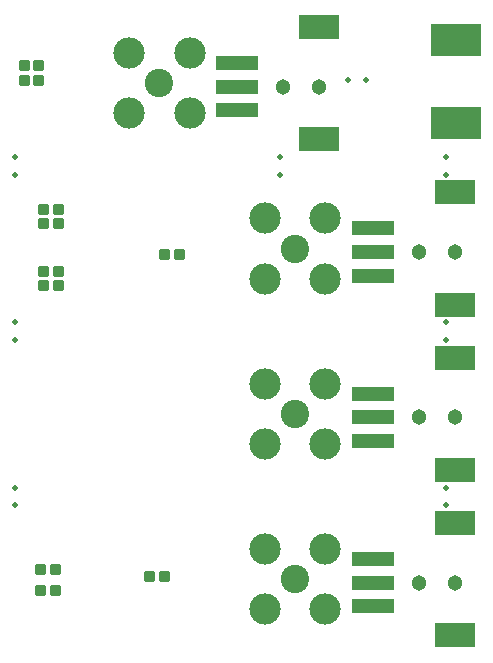
<source format=gbs>
G75*
%MOIN*%
%OFA0B0*%
%FSLAX25Y25*%
%IPPOS*%
%LPD*%
%AMOC8*
5,1,8,0,0,1.08239X$1,22.5*
%
%ADD10C,0.01975*%
%ADD11R,0.14180X0.05124*%
%ADD12R,0.13392X0.07880*%
%ADD13C,0.05124*%
%ADD14C,0.00887*%
%ADD15C,0.09455*%
%ADD16C,0.10439*%
%ADD17R,0.16900X0.10900*%
D10*
X0042839Y0052431D03*
X0042839Y0058337D03*
X0042839Y0107549D03*
X0042839Y0113455D03*
X0042839Y0162667D03*
X0042839Y0168573D03*
X0131421Y0168573D03*
X0131421Y0162667D03*
X0154059Y0194163D03*
X0159965Y0194163D03*
X0186539Y0168573D03*
X0186539Y0162667D03*
X0186539Y0113455D03*
X0186539Y0107549D03*
X0186539Y0058337D03*
X0186539Y0052431D03*
D11*
X0162130Y0034518D03*
X0162130Y0026644D03*
X0162130Y0018770D03*
X0162130Y0073888D03*
X0162130Y0081762D03*
X0162130Y0089636D03*
X0162130Y0129006D03*
X0162130Y0136880D03*
X0162130Y0144754D03*
X0116854Y0184124D03*
X0116854Y0191998D03*
X0116854Y0199872D03*
D12*
X0144217Y0211880D03*
X0144217Y0174478D03*
X0189492Y0156762D03*
X0189492Y0119360D03*
X0189492Y0101644D03*
X0189492Y0064242D03*
X0189492Y0046526D03*
X0189492Y0009124D03*
D13*
X0189492Y0026644D03*
X0177681Y0026644D03*
X0177681Y0081762D03*
X0189492Y0081762D03*
X0189492Y0136880D03*
X0177681Y0136880D03*
X0144217Y0191998D03*
X0132406Y0191998D03*
D14*
X0052537Y0023048D02*
X0049873Y0023048D01*
X0049873Y0025712D01*
X0052537Y0025712D01*
X0052537Y0023048D01*
X0052537Y0023934D02*
X0049873Y0023934D01*
X0049873Y0024820D02*
X0052537Y0024820D01*
X0052537Y0025706D02*
X0049873Y0025706D01*
X0049873Y0029938D02*
X0052537Y0029938D01*
X0049873Y0029938D02*
X0049873Y0032602D01*
X0052537Y0032602D01*
X0052537Y0029938D01*
X0052537Y0030824D02*
X0049873Y0030824D01*
X0049873Y0031710D02*
X0052537Y0031710D01*
X0052537Y0032596D02*
X0049873Y0032596D01*
X0054794Y0032602D02*
X0057458Y0032602D01*
X0057458Y0029938D01*
X0054794Y0029938D01*
X0054794Y0032602D01*
X0054794Y0030824D02*
X0057458Y0030824D01*
X0057458Y0031710D02*
X0054794Y0031710D01*
X0054794Y0032596D02*
X0057458Y0032596D01*
X0057458Y0025712D02*
X0054794Y0025712D01*
X0057458Y0025712D02*
X0057458Y0023048D01*
X0054794Y0023048D01*
X0054794Y0025712D01*
X0054794Y0023934D02*
X0057458Y0023934D01*
X0057458Y0024820D02*
X0054794Y0024820D01*
X0054794Y0025706D02*
X0057458Y0025706D01*
X0086290Y0027477D02*
X0088954Y0027477D01*
X0086290Y0027477D02*
X0086290Y0030141D01*
X0088954Y0030141D01*
X0088954Y0027477D01*
X0088954Y0028363D02*
X0086290Y0028363D01*
X0086290Y0029249D02*
X0088954Y0029249D01*
X0088954Y0030135D02*
X0086290Y0030135D01*
X0091211Y0030141D02*
X0093875Y0030141D01*
X0093875Y0027477D01*
X0091211Y0027477D01*
X0091211Y0030141D01*
X0091211Y0028363D02*
X0093875Y0028363D01*
X0093875Y0029249D02*
X0091211Y0029249D01*
X0091211Y0030135D02*
X0093875Y0030135D01*
X0058442Y0127090D02*
X0055778Y0127090D01*
X0058442Y0127090D02*
X0058442Y0124426D01*
X0055778Y0124426D01*
X0055778Y0127090D01*
X0055778Y0125312D02*
X0058442Y0125312D01*
X0058442Y0126198D02*
X0055778Y0126198D01*
X0055778Y0127084D02*
X0058442Y0127084D01*
X0058442Y0132011D02*
X0055778Y0132011D01*
X0058442Y0132011D02*
X0058442Y0129347D01*
X0055778Y0129347D01*
X0055778Y0132011D01*
X0055778Y0130233D02*
X0058442Y0130233D01*
X0058442Y0131119D02*
X0055778Y0131119D01*
X0055778Y0132005D02*
X0058442Y0132005D01*
X0053521Y0129347D02*
X0050857Y0129347D01*
X0050857Y0132011D01*
X0053521Y0132011D01*
X0053521Y0129347D01*
X0053521Y0130233D02*
X0050857Y0130233D01*
X0050857Y0131119D02*
X0053521Y0131119D01*
X0053521Y0132005D02*
X0050857Y0132005D01*
X0050857Y0124426D02*
X0053521Y0124426D01*
X0050857Y0124426D02*
X0050857Y0127090D01*
X0053521Y0127090D01*
X0053521Y0124426D01*
X0053521Y0125312D02*
X0050857Y0125312D01*
X0050857Y0126198D02*
X0053521Y0126198D01*
X0053521Y0127084D02*
X0050857Y0127084D01*
X0050857Y0145095D02*
X0053521Y0145095D01*
X0050857Y0145095D02*
X0050857Y0147759D01*
X0053521Y0147759D01*
X0053521Y0145095D01*
X0053521Y0145981D02*
X0050857Y0145981D01*
X0050857Y0146867D02*
X0053521Y0146867D01*
X0053521Y0147753D02*
X0050857Y0147753D01*
X0050857Y0150016D02*
X0053521Y0150016D01*
X0050857Y0150016D02*
X0050857Y0152680D01*
X0053521Y0152680D01*
X0053521Y0150016D01*
X0053521Y0150902D02*
X0050857Y0150902D01*
X0050857Y0151788D02*
X0053521Y0151788D01*
X0053521Y0152674D02*
X0050857Y0152674D01*
X0055778Y0152680D02*
X0058442Y0152680D01*
X0058442Y0150016D01*
X0055778Y0150016D01*
X0055778Y0152680D01*
X0055778Y0150902D02*
X0058442Y0150902D01*
X0058442Y0151788D02*
X0055778Y0151788D01*
X0055778Y0152674D02*
X0058442Y0152674D01*
X0058442Y0147759D02*
X0055778Y0147759D01*
X0058442Y0147759D02*
X0058442Y0145095D01*
X0055778Y0145095D01*
X0055778Y0147759D01*
X0055778Y0145981D02*
X0058442Y0145981D01*
X0058442Y0146867D02*
X0055778Y0146867D01*
X0055778Y0147753D02*
X0058442Y0147753D01*
X0091211Y0134761D02*
X0093875Y0134761D01*
X0091211Y0134761D02*
X0091211Y0137425D01*
X0093875Y0137425D01*
X0093875Y0134761D01*
X0093875Y0135647D02*
X0091211Y0135647D01*
X0091211Y0136533D02*
X0093875Y0136533D01*
X0093875Y0137419D02*
X0091211Y0137419D01*
X0096133Y0137425D02*
X0098797Y0137425D01*
X0098797Y0134761D01*
X0096133Y0134761D01*
X0096133Y0137425D01*
X0096133Y0135647D02*
X0098797Y0135647D01*
X0098797Y0136533D02*
X0096133Y0136533D01*
X0096133Y0137419D02*
X0098797Y0137419D01*
X0052045Y0195495D02*
X0049381Y0195495D01*
X0052045Y0195495D02*
X0052045Y0192831D01*
X0049381Y0192831D01*
X0049381Y0195495D01*
X0049381Y0193717D02*
X0052045Y0193717D01*
X0052045Y0194603D02*
X0049381Y0194603D01*
X0049381Y0195489D02*
X0052045Y0195489D01*
X0052045Y0200417D02*
X0049381Y0200417D01*
X0052045Y0200417D02*
X0052045Y0197753D01*
X0049381Y0197753D01*
X0049381Y0200417D01*
X0049381Y0198639D02*
X0052045Y0198639D01*
X0052045Y0199525D02*
X0049381Y0199525D01*
X0049381Y0200411D02*
X0052045Y0200411D01*
X0047123Y0197753D02*
X0044459Y0197753D01*
X0044459Y0200417D01*
X0047123Y0200417D01*
X0047123Y0197753D01*
X0047123Y0198639D02*
X0044459Y0198639D01*
X0044459Y0199525D02*
X0047123Y0199525D01*
X0047123Y0200411D02*
X0044459Y0200411D01*
X0044459Y0192831D02*
X0047123Y0192831D01*
X0044459Y0192831D02*
X0044459Y0195495D01*
X0047123Y0195495D01*
X0047123Y0192831D01*
X0047123Y0193717D02*
X0044459Y0193717D01*
X0044459Y0194603D02*
X0047123Y0194603D01*
X0047123Y0195489D02*
X0044459Y0195489D01*
D15*
X0091067Y0193179D03*
X0136343Y0138061D03*
X0136343Y0082943D03*
X0136343Y0027825D03*
D16*
X0146381Y0017786D03*
X0126304Y0017786D03*
X0126304Y0037864D03*
X0146381Y0037864D03*
X0146381Y0072904D03*
X0126304Y0072904D03*
X0126304Y0092982D03*
X0146381Y0092982D03*
X0146381Y0128022D03*
X0126304Y0128022D03*
X0126304Y0148100D03*
X0146381Y0148100D03*
X0101106Y0183140D03*
X0081028Y0183140D03*
X0081028Y0203218D03*
X0101106Y0203218D03*
D17*
X0190022Y0207430D03*
X0190022Y0179913D03*
M02*

</source>
